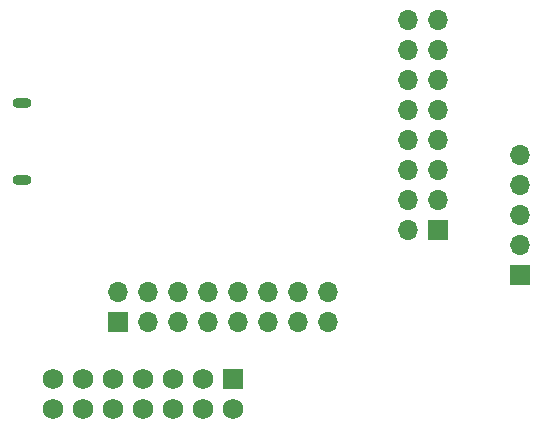
<source format=gbs>
G04 #@! TF.GenerationSoftware,KiCad,Pcbnew,7.0.8*
G04 #@! TF.CreationDate,2024-04-19T19:41:21-04:00*
G04 #@! TF.ProjectId,programmer,70726f67-7261-46d6-9d65-722e6b696361,rev?*
G04 #@! TF.SameCoordinates,Original*
G04 #@! TF.FileFunction,Soldermask,Bot*
G04 #@! TF.FilePolarity,Negative*
%FSLAX46Y46*%
G04 Gerber Fmt 4.6, Leading zero omitted, Abs format (unit mm)*
G04 Created by KiCad (PCBNEW 7.0.8) date 2024-04-19 19:41:21*
%MOMM*%
%LPD*%
G01*
G04 APERTURE LIST*
G04 Aperture macros list*
%AMRoundRect*
0 Rectangle with rounded corners*
0 $1 Rounding radius*
0 $2 $3 $4 $5 $6 $7 $8 $9 X,Y pos of 4 corners*
0 Add a 4 corners polygon primitive as box body*
4,1,4,$2,$3,$4,$5,$6,$7,$8,$9,$2,$3,0*
0 Add four circle primitives for the rounded corners*
1,1,$1+$1,$2,$3*
1,1,$1+$1,$4,$5*
1,1,$1+$1,$6,$7*
1,1,$1+$1,$8,$9*
0 Add four rect primitives between the rounded corners*
20,1,$1+$1,$2,$3,$4,$5,0*
20,1,$1+$1,$4,$5,$6,$7,0*
20,1,$1+$1,$6,$7,$8,$9,0*
20,1,$1+$1,$8,$9,$2,$3,0*%
G04 Aperture macros list end*
%ADD10R,1.700000X1.700000*%
%ADD11O,1.700000X1.700000*%
%ADD12O,1.600000X0.900000*%
%ADD13RoundRect,0.102000X-0.765000X-0.765000X0.765000X-0.765000X0.765000X0.765000X-0.765000X0.765000X0*%
%ADD14C,1.734000*%
G04 APERTURE END LIST*
D10*
X106560000Y-90600000D03*
D11*
X106560000Y-88060000D03*
X109100000Y-90600000D03*
X109100000Y-88060000D03*
X111640000Y-90600000D03*
X111640000Y-88060000D03*
X114180000Y-90600000D03*
X114180000Y-88060000D03*
X116720000Y-90600000D03*
X116720000Y-88060000D03*
X119260000Y-90600000D03*
X119260000Y-88060000D03*
X121800000Y-90600000D03*
X121800000Y-88060000D03*
X124340000Y-90600000D03*
X124340000Y-88060000D03*
D10*
X133604533Y-82775466D03*
D11*
X131064533Y-82775466D03*
X133604533Y-80235466D03*
X131064533Y-80235466D03*
X133604533Y-77695466D03*
X131064533Y-77695466D03*
X133604533Y-75155466D03*
X131064533Y-75155466D03*
X133604533Y-72615466D03*
X131064533Y-72615466D03*
X133604533Y-70075466D03*
X131064533Y-70075466D03*
X133604533Y-67535466D03*
X131064533Y-67535466D03*
X133604533Y-64995466D03*
X131064533Y-64995466D03*
D12*
X98450000Y-72008885D03*
X98450000Y-78608885D03*
D10*
X140600000Y-86632500D03*
D11*
X140600000Y-84092500D03*
X140600000Y-81552500D03*
X140600000Y-79012500D03*
X140600000Y-76472500D03*
D13*
X116300000Y-95460000D03*
D14*
X116300000Y-98000000D03*
X113760000Y-95460000D03*
X113760000Y-98000000D03*
X111220000Y-95460000D03*
X111220000Y-98000000D03*
X108680000Y-95460000D03*
X108680000Y-98000000D03*
X106140000Y-95460000D03*
X106140000Y-98000000D03*
X103600000Y-95460000D03*
X103600000Y-98000000D03*
X101060000Y-95460000D03*
X101060000Y-98000000D03*
M02*

</source>
